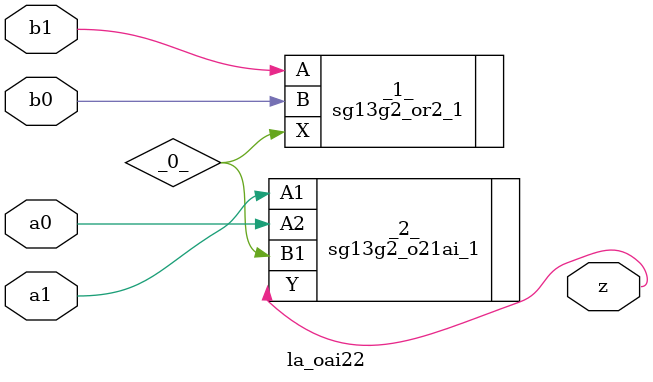
<source format=v>

/* Generated by Yosys 0.40+33 (git sha1 cd1fb8b15, g++ 11.4.0-1ubuntu1~22.04 -fPIC -Os) */

module la_oai22(a0, a1, b0, b1, z);
  wire _0_;
  input a0;
  wire a0;
  input a1;
  wire a1;
  input b0;
  wire b0;
  input b1;
  wire b1;
  output z;
  wire z;
  sg13g2_or2_1 _1_ (
    .A(b1),
    .B(b0),
    .X(_0_)
  );
  sg13g2_o21ai_1 _2_ (
    .A1(a1),
    .A2(a0),
    .B1(_0_),
    .Y(z)
  );
endmodule

</source>
